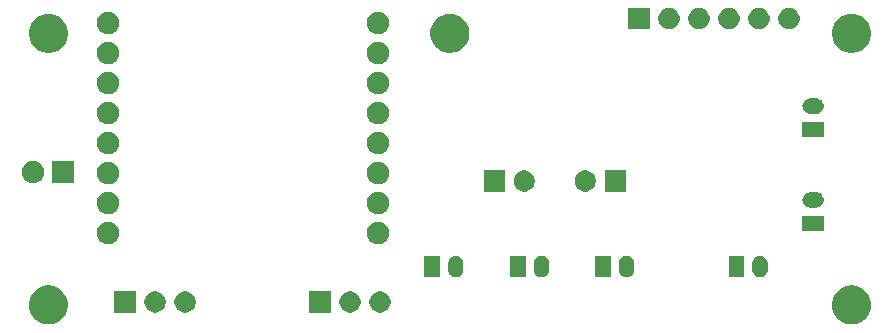
<source format=gbr>
G04 #@! TF.GenerationSoftware,KiCad,Pcbnew,(5.1.5)-3*
G04 #@! TF.CreationDate,2020-11-01T16:25:03+00:00*
G04 #@! TF.ProjectId,ESPControllerCircuit,45535043-6f6e-4747-926f-6c6c65724369,rev?*
G04 #@! TF.SameCoordinates,Original*
G04 #@! TF.FileFunction,Soldermask,Bot*
G04 #@! TF.FilePolarity,Negative*
%FSLAX46Y46*%
G04 Gerber Fmt 4.6, Leading zero omitted, Abs format (unit mm)*
G04 Created by KiCad (PCBNEW (5.1.5)-3) date 2020-11-01 16:25:03*
%MOMM*%
%LPD*%
G04 APERTURE LIST*
%ADD10C,0.100000*%
G04 APERTURE END LIST*
D10*
G36*
X144375256Y-126891298D02*
G01*
X144481579Y-126912447D01*
X144782042Y-127036903D01*
X145052451Y-127217585D01*
X145282415Y-127447549D01*
X145463097Y-127717958D01*
X145574616Y-127987188D01*
X145587553Y-128018422D01*
X145651000Y-128337389D01*
X145651000Y-128662611D01*
X145618827Y-128824353D01*
X145587553Y-128981579D01*
X145463097Y-129282042D01*
X145282415Y-129552451D01*
X145052451Y-129782415D01*
X144782042Y-129963097D01*
X144481579Y-130087553D01*
X144375256Y-130108702D01*
X144162611Y-130151000D01*
X143837389Y-130151000D01*
X143624744Y-130108702D01*
X143518421Y-130087553D01*
X143217958Y-129963097D01*
X142947549Y-129782415D01*
X142717585Y-129552451D01*
X142536903Y-129282042D01*
X142412447Y-128981579D01*
X142381173Y-128824353D01*
X142349000Y-128662611D01*
X142349000Y-128337389D01*
X142412447Y-128018422D01*
X142425385Y-127987188D01*
X142536903Y-127717958D01*
X142717585Y-127447549D01*
X142947549Y-127217585D01*
X143217958Y-127036903D01*
X143518421Y-126912447D01*
X143624744Y-126891298D01*
X143837389Y-126849000D01*
X144162611Y-126849000D01*
X144375256Y-126891298D01*
G37*
G36*
X76375256Y-126891298D02*
G01*
X76481579Y-126912447D01*
X76782042Y-127036903D01*
X77052451Y-127217585D01*
X77282415Y-127447549D01*
X77463097Y-127717958D01*
X77574616Y-127987188D01*
X77587553Y-128018422D01*
X77651000Y-128337389D01*
X77651000Y-128662611D01*
X77618827Y-128824353D01*
X77587553Y-128981579D01*
X77463097Y-129282042D01*
X77282415Y-129552451D01*
X77052451Y-129782415D01*
X76782042Y-129963097D01*
X76481579Y-130087553D01*
X76375256Y-130108702D01*
X76162611Y-130151000D01*
X75837389Y-130151000D01*
X75624744Y-130108702D01*
X75518421Y-130087553D01*
X75217958Y-129963097D01*
X74947549Y-129782415D01*
X74717585Y-129552451D01*
X74536903Y-129282042D01*
X74412447Y-128981579D01*
X74381173Y-128824353D01*
X74349000Y-128662611D01*
X74349000Y-128337389D01*
X74412447Y-128018422D01*
X74425385Y-127987188D01*
X74536903Y-127717958D01*
X74717585Y-127447549D01*
X74947549Y-127217585D01*
X75217958Y-127036903D01*
X75518421Y-126912447D01*
X75624744Y-126891298D01*
X75837389Y-126849000D01*
X76162611Y-126849000D01*
X76375256Y-126891298D01*
G37*
G36*
X83401000Y-129151000D02*
G01*
X81599000Y-129151000D01*
X81599000Y-127349000D01*
X83401000Y-127349000D01*
X83401000Y-129151000D01*
G37*
G36*
X104193512Y-127353927D02*
G01*
X104342812Y-127383624D01*
X104506784Y-127451544D01*
X104654354Y-127550147D01*
X104779853Y-127675646D01*
X104878456Y-127823216D01*
X104946376Y-127987188D01*
X104981000Y-128161259D01*
X104981000Y-128338741D01*
X104946376Y-128512812D01*
X104878456Y-128676784D01*
X104779853Y-128824354D01*
X104654354Y-128949853D01*
X104506784Y-129048456D01*
X104342812Y-129116376D01*
X104193512Y-129146073D01*
X104168742Y-129151000D01*
X103991258Y-129151000D01*
X103966488Y-129146073D01*
X103817188Y-129116376D01*
X103653216Y-129048456D01*
X103505646Y-128949853D01*
X103380147Y-128824354D01*
X103281544Y-128676784D01*
X103213624Y-128512812D01*
X103179000Y-128338741D01*
X103179000Y-128161259D01*
X103213624Y-127987188D01*
X103281544Y-127823216D01*
X103380147Y-127675646D01*
X103505646Y-127550147D01*
X103653216Y-127451544D01*
X103817188Y-127383624D01*
X103966488Y-127353927D01*
X103991258Y-127349000D01*
X104168742Y-127349000D01*
X104193512Y-127353927D01*
G37*
G36*
X101653512Y-127353927D02*
G01*
X101802812Y-127383624D01*
X101966784Y-127451544D01*
X102114354Y-127550147D01*
X102239853Y-127675646D01*
X102338456Y-127823216D01*
X102406376Y-127987188D01*
X102441000Y-128161259D01*
X102441000Y-128338741D01*
X102406376Y-128512812D01*
X102338456Y-128676784D01*
X102239853Y-128824354D01*
X102114354Y-128949853D01*
X101966784Y-129048456D01*
X101802812Y-129116376D01*
X101653512Y-129146073D01*
X101628742Y-129151000D01*
X101451258Y-129151000D01*
X101426488Y-129146073D01*
X101277188Y-129116376D01*
X101113216Y-129048456D01*
X100965646Y-128949853D01*
X100840147Y-128824354D01*
X100741544Y-128676784D01*
X100673624Y-128512812D01*
X100639000Y-128338741D01*
X100639000Y-128161259D01*
X100673624Y-127987188D01*
X100741544Y-127823216D01*
X100840147Y-127675646D01*
X100965646Y-127550147D01*
X101113216Y-127451544D01*
X101277188Y-127383624D01*
X101426488Y-127353927D01*
X101451258Y-127349000D01*
X101628742Y-127349000D01*
X101653512Y-127353927D01*
G37*
G36*
X99901000Y-129151000D02*
G01*
X98099000Y-129151000D01*
X98099000Y-127349000D01*
X99901000Y-127349000D01*
X99901000Y-129151000D01*
G37*
G36*
X87693512Y-127353927D02*
G01*
X87842812Y-127383624D01*
X88006784Y-127451544D01*
X88154354Y-127550147D01*
X88279853Y-127675646D01*
X88378456Y-127823216D01*
X88446376Y-127987188D01*
X88481000Y-128161259D01*
X88481000Y-128338741D01*
X88446376Y-128512812D01*
X88378456Y-128676784D01*
X88279853Y-128824354D01*
X88154354Y-128949853D01*
X88006784Y-129048456D01*
X87842812Y-129116376D01*
X87693512Y-129146073D01*
X87668742Y-129151000D01*
X87491258Y-129151000D01*
X87466488Y-129146073D01*
X87317188Y-129116376D01*
X87153216Y-129048456D01*
X87005646Y-128949853D01*
X86880147Y-128824354D01*
X86781544Y-128676784D01*
X86713624Y-128512812D01*
X86679000Y-128338741D01*
X86679000Y-128161259D01*
X86713624Y-127987188D01*
X86781544Y-127823216D01*
X86880147Y-127675646D01*
X87005646Y-127550147D01*
X87153216Y-127451544D01*
X87317188Y-127383624D01*
X87466488Y-127353927D01*
X87491258Y-127349000D01*
X87668742Y-127349000D01*
X87693512Y-127353927D01*
G37*
G36*
X85153512Y-127353927D02*
G01*
X85302812Y-127383624D01*
X85466784Y-127451544D01*
X85614354Y-127550147D01*
X85739853Y-127675646D01*
X85838456Y-127823216D01*
X85906376Y-127987188D01*
X85941000Y-128161259D01*
X85941000Y-128338741D01*
X85906376Y-128512812D01*
X85838456Y-128676784D01*
X85739853Y-128824354D01*
X85614354Y-128949853D01*
X85466784Y-129048456D01*
X85302812Y-129116376D01*
X85153512Y-129146073D01*
X85128742Y-129151000D01*
X84951258Y-129151000D01*
X84926488Y-129146073D01*
X84777188Y-129116376D01*
X84613216Y-129048456D01*
X84465646Y-128949853D01*
X84340147Y-128824354D01*
X84241544Y-128676784D01*
X84173624Y-128512812D01*
X84139000Y-128338741D01*
X84139000Y-128161259D01*
X84173624Y-127987188D01*
X84241544Y-127823216D01*
X84340147Y-127675646D01*
X84465646Y-127550147D01*
X84613216Y-127451544D01*
X84777188Y-127383624D01*
X84926488Y-127353927D01*
X84951258Y-127349000D01*
X85128742Y-127349000D01*
X85153512Y-127353927D01*
G37*
G36*
X117877617Y-124358420D02*
G01*
X117968403Y-124385960D01*
X118000335Y-124395646D01*
X118113424Y-124456094D01*
X118212554Y-124537447D01*
X118293906Y-124636575D01*
X118354354Y-124749664D01*
X118364040Y-124781596D01*
X118391580Y-124872382D01*
X118401000Y-124968027D01*
X118401000Y-125531973D01*
X118391580Y-125627618D01*
X118364040Y-125718404D01*
X118354354Y-125750336D01*
X118293906Y-125863425D01*
X118212554Y-125962554D01*
X118113425Y-126043906D01*
X118000336Y-126104354D01*
X117968404Y-126114040D01*
X117877618Y-126141580D01*
X117750000Y-126154149D01*
X117622383Y-126141580D01*
X117531597Y-126114040D01*
X117499665Y-126104354D01*
X117386576Y-126043906D01*
X117287447Y-125962553D01*
X117206094Y-125863425D01*
X117145646Y-125750336D01*
X117135960Y-125718404D01*
X117108420Y-125627618D01*
X117099000Y-125531973D01*
X117099000Y-124968028D01*
X117108420Y-124872383D01*
X117145645Y-124749669D01*
X117145646Y-124749665D01*
X117206094Y-124636576D01*
X117287447Y-124537446D01*
X117386575Y-124456094D01*
X117499664Y-124395646D01*
X117531596Y-124385960D01*
X117622382Y-124358420D01*
X117750000Y-124345851D01*
X117877617Y-124358420D01*
G37*
G36*
X110627617Y-124358420D02*
G01*
X110718403Y-124385960D01*
X110750335Y-124395646D01*
X110863424Y-124456094D01*
X110962554Y-124537447D01*
X111043906Y-124636575D01*
X111104354Y-124749664D01*
X111114040Y-124781596D01*
X111141580Y-124872382D01*
X111151000Y-124968027D01*
X111151000Y-125531973D01*
X111141580Y-125627618D01*
X111114040Y-125718404D01*
X111104354Y-125750336D01*
X111043906Y-125863425D01*
X110962554Y-125962554D01*
X110863425Y-126043906D01*
X110750336Y-126104354D01*
X110718404Y-126114040D01*
X110627618Y-126141580D01*
X110500000Y-126154149D01*
X110372383Y-126141580D01*
X110281597Y-126114040D01*
X110249665Y-126104354D01*
X110136576Y-126043906D01*
X110037447Y-125962553D01*
X109956094Y-125863425D01*
X109895646Y-125750336D01*
X109885960Y-125718404D01*
X109858420Y-125627618D01*
X109849000Y-125531973D01*
X109849000Y-124968028D01*
X109858420Y-124872383D01*
X109895645Y-124749669D01*
X109895646Y-124749665D01*
X109956094Y-124636576D01*
X110037447Y-124537446D01*
X110136575Y-124456094D01*
X110249664Y-124395646D01*
X110281596Y-124385960D01*
X110372382Y-124358420D01*
X110500000Y-124345851D01*
X110627617Y-124358420D01*
G37*
G36*
X125077617Y-124358420D02*
G01*
X125168403Y-124385960D01*
X125200335Y-124395646D01*
X125313424Y-124456094D01*
X125412554Y-124537447D01*
X125493906Y-124636575D01*
X125554354Y-124749664D01*
X125564040Y-124781596D01*
X125591580Y-124872382D01*
X125601000Y-124968027D01*
X125601000Y-125531973D01*
X125591580Y-125627618D01*
X125564040Y-125718404D01*
X125554354Y-125750336D01*
X125493906Y-125863425D01*
X125412554Y-125962554D01*
X125313425Y-126043906D01*
X125200336Y-126104354D01*
X125168404Y-126114040D01*
X125077618Y-126141580D01*
X124950000Y-126154149D01*
X124822383Y-126141580D01*
X124731597Y-126114040D01*
X124699665Y-126104354D01*
X124586576Y-126043906D01*
X124487447Y-125962553D01*
X124406094Y-125863425D01*
X124345646Y-125750336D01*
X124335960Y-125718404D01*
X124308420Y-125627618D01*
X124299000Y-125531973D01*
X124299000Y-124968028D01*
X124308420Y-124872383D01*
X124345645Y-124749669D01*
X124345646Y-124749665D01*
X124406094Y-124636576D01*
X124487447Y-124537446D01*
X124586575Y-124456094D01*
X124699664Y-124395646D01*
X124731596Y-124385960D01*
X124822382Y-124358420D01*
X124950000Y-124345851D01*
X125077617Y-124358420D01*
G37*
G36*
X136377617Y-124358420D02*
G01*
X136468403Y-124385960D01*
X136500335Y-124395646D01*
X136613424Y-124456094D01*
X136712554Y-124537447D01*
X136793906Y-124636575D01*
X136854354Y-124749664D01*
X136864040Y-124781596D01*
X136891580Y-124872382D01*
X136901000Y-124968027D01*
X136901000Y-125531973D01*
X136891580Y-125627618D01*
X136864040Y-125718404D01*
X136854354Y-125750336D01*
X136793906Y-125863425D01*
X136712554Y-125962554D01*
X136613425Y-126043906D01*
X136500336Y-126104354D01*
X136468404Y-126114040D01*
X136377618Y-126141580D01*
X136250000Y-126154149D01*
X136122383Y-126141580D01*
X136031597Y-126114040D01*
X135999665Y-126104354D01*
X135886576Y-126043906D01*
X135787447Y-125962553D01*
X135706094Y-125863425D01*
X135645646Y-125750336D01*
X135635960Y-125718404D01*
X135608420Y-125627618D01*
X135599000Y-125531973D01*
X135599000Y-124968028D01*
X135608420Y-124872383D01*
X135645645Y-124749669D01*
X135645646Y-124749665D01*
X135706094Y-124636576D01*
X135787447Y-124537446D01*
X135886575Y-124456094D01*
X135999664Y-124395646D01*
X136031596Y-124385960D01*
X136122382Y-124358420D01*
X136250000Y-124345851D01*
X136377617Y-124358420D01*
G37*
G36*
X134901000Y-126151000D02*
G01*
X133599000Y-126151000D01*
X133599000Y-124349000D01*
X134901000Y-124349000D01*
X134901000Y-126151000D01*
G37*
G36*
X123601000Y-126151000D02*
G01*
X122299000Y-126151000D01*
X122299000Y-124349000D01*
X123601000Y-124349000D01*
X123601000Y-126151000D01*
G37*
G36*
X116401000Y-126151000D02*
G01*
X115099000Y-126151000D01*
X115099000Y-124349000D01*
X116401000Y-124349000D01*
X116401000Y-126151000D01*
G37*
G36*
X109151000Y-126151000D02*
G01*
X107849000Y-126151000D01*
X107849000Y-124349000D01*
X109151000Y-124349000D01*
X109151000Y-126151000D01*
G37*
G36*
X104207395Y-121475546D02*
G01*
X104380466Y-121547234D01*
X104380467Y-121547235D01*
X104536227Y-121651310D01*
X104668690Y-121783773D01*
X104668691Y-121783775D01*
X104772766Y-121939534D01*
X104844454Y-122112605D01*
X104881000Y-122296333D01*
X104881000Y-122483667D01*
X104844454Y-122667395D01*
X104772766Y-122840466D01*
X104772765Y-122840467D01*
X104668690Y-122996227D01*
X104536227Y-123128690D01*
X104457818Y-123181081D01*
X104380466Y-123232766D01*
X104207395Y-123304454D01*
X104023667Y-123341000D01*
X103836333Y-123341000D01*
X103652605Y-123304454D01*
X103479534Y-123232766D01*
X103402182Y-123181081D01*
X103323773Y-123128690D01*
X103191310Y-122996227D01*
X103087235Y-122840467D01*
X103087234Y-122840466D01*
X103015546Y-122667395D01*
X102979000Y-122483667D01*
X102979000Y-122296333D01*
X103015546Y-122112605D01*
X103087234Y-121939534D01*
X103191309Y-121783775D01*
X103191310Y-121783773D01*
X103323773Y-121651310D01*
X103479533Y-121547235D01*
X103479534Y-121547234D01*
X103652605Y-121475546D01*
X103836333Y-121439000D01*
X104023667Y-121439000D01*
X104207395Y-121475546D01*
G37*
G36*
X81347395Y-121475546D02*
G01*
X81520466Y-121547234D01*
X81520467Y-121547235D01*
X81676227Y-121651310D01*
X81808690Y-121783773D01*
X81808691Y-121783775D01*
X81912766Y-121939534D01*
X81984454Y-122112605D01*
X82021000Y-122296333D01*
X82021000Y-122483667D01*
X81984454Y-122667395D01*
X81912766Y-122840466D01*
X81912765Y-122840467D01*
X81808690Y-122996227D01*
X81676227Y-123128690D01*
X81597818Y-123181081D01*
X81520466Y-123232766D01*
X81347395Y-123304454D01*
X81163667Y-123341000D01*
X80976333Y-123341000D01*
X80792605Y-123304454D01*
X80619534Y-123232766D01*
X80542182Y-123181081D01*
X80463773Y-123128690D01*
X80331310Y-122996227D01*
X80227235Y-122840467D01*
X80227234Y-122840466D01*
X80155546Y-122667395D01*
X80119000Y-122483667D01*
X80119000Y-122296333D01*
X80155546Y-122112605D01*
X80227234Y-121939534D01*
X80331309Y-121783775D01*
X80331310Y-121783773D01*
X80463773Y-121651310D01*
X80619533Y-121547235D01*
X80619534Y-121547234D01*
X80792605Y-121475546D01*
X80976333Y-121439000D01*
X81163667Y-121439000D01*
X81347395Y-121475546D01*
G37*
G36*
X141651000Y-122251000D02*
G01*
X139849000Y-122251000D01*
X139849000Y-120949000D01*
X141651000Y-120949000D01*
X141651000Y-122251000D01*
G37*
G36*
X104207395Y-118935546D02*
G01*
X104380466Y-119007234D01*
X104380467Y-119007235D01*
X104536227Y-119111310D01*
X104668690Y-119243773D01*
X104668691Y-119243775D01*
X104772766Y-119399534D01*
X104844454Y-119572605D01*
X104881000Y-119756333D01*
X104881000Y-119943667D01*
X104844454Y-120127395D01*
X104772766Y-120300466D01*
X104772765Y-120300467D01*
X104668690Y-120456227D01*
X104536227Y-120588690D01*
X104457818Y-120641081D01*
X104380466Y-120692766D01*
X104207395Y-120764454D01*
X104023667Y-120801000D01*
X103836333Y-120801000D01*
X103652605Y-120764454D01*
X103479534Y-120692766D01*
X103402182Y-120641081D01*
X103323773Y-120588690D01*
X103191310Y-120456227D01*
X103087235Y-120300467D01*
X103087234Y-120300466D01*
X103015546Y-120127395D01*
X102979000Y-119943667D01*
X102979000Y-119756333D01*
X103015546Y-119572605D01*
X103087234Y-119399534D01*
X103191309Y-119243775D01*
X103191310Y-119243773D01*
X103323773Y-119111310D01*
X103479533Y-119007235D01*
X103479534Y-119007234D01*
X103652605Y-118935546D01*
X103836333Y-118899000D01*
X104023667Y-118899000D01*
X104207395Y-118935546D01*
G37*
G36*
X81347395Y-118935546D02*
G01*
X81520466Y-119007234D01*
X81520467Y-119007235D01*
X81676227Y-119111310D01*
X81808690Y-119243773D01*
X81808691Y-119243775D01*
X81912766Y-119399534D01*
X81984454Y-119572605D01*
X82021000Y-119756333D01*
X82021000Y-119943667D01*
X81984454Y-120127395D01*
X81912766Y-120300466D01*
X81912765Y-120300467D01*
X81808690Y-120456227D01*
X81676227Y-120588690D01*
X81597818Y-120641081D01*
X81520466Y-120692766D01*
X81347395Y-120764454D01*
X81163667Y-120801000D01*
X80976333Y-120801000D01*
X80792605Y-120764454D01*
X80619534Y-120692766D01*
X80542182Y-120641081D01*
X80463773Y-120588690D01*
X80331310Y-120456227D01*
X80227235Y-120300467D01*
X80227234Y-120300466D01*
X80155546Y-120127395D01*
X80119000Y-119943667D01*
X80119000Y-119756333D01*
X80155546Y-119572605D01*
X80227234Y-119399534D01*
X80331309Y-119243775D01*
X80331310Y-119243773D01*
X80463773Y-119111310D01*
X80619533Y-119007235D01*
X80619534Y-119007234D01*
X80792605Y-118935546D01*
X80976333Y-118899000D01*
X81163667Y-118899000D01*
X81347395Y-118935546D01*
G37*
G36*
X141063855Y-118952140D02*
G01*
X141127618Y-118958420D01*
X141218404Y-118985960D01*
X141250336Y-118995646D01*
X141363425Y-119056094D01*
X141462554Y-119137446D01*
X141543906Y-119236575D01*
X141604354Y-119349664D01*
X141604355Y-119349668D01*
X141641580Y-119472382D01*
X141654149Y-119600000D01*
X141641580Y-119727618D01*
X141614040Y-119818404D01*
X141604354Y-119850336D01*
X141543906Y-119963425D01*
X141462554Y-120062554D01*
X141363425Y-120143906D01*
X141250336Y-120204354D01*
X141218404Y-120214040D01*
X141127618Y-120241580D01*
X141063855Y-120247860D01*
X141031974Y-120251000D01*
X140468026Y-120251000D01*
X140436145Y-120247860D01*
X140372382Y-120241580D01*
X140281596Y-120214040D01*
X140249664Y-120204354D01*
X140136575Y-120143906D01*
X140037446Y-120062554D01*
X139956094Y-119963425D01*
X139895646Y-119850336D01*
X139885960Y-119818404D01*
X139858420Y-119727618D01*
X139845851Y-119600000D01*
X139858420Y-119472382D01*
X139895645Y-119349668D01*
X139895646Y-119349664D01*
X139956094Y-119236575D01*
X140037446Y-119137446D01*
X140136575Y-119056094D01*
X140249664Y-118995646D01*
X140281596Y-118985960D01*
X140372382Y-118958420D01*
X140436145Y-118952140D01*
X140468026Y-118949000D01*
X141031974Y-118949000D01*
X141063855Y-118952140D01*
G37*
G36*
X121573512Y-117103927D02*
G01*
X121722812Y-117133624D01*
X121886784Y-117201544D01*
X122034354Y-117300147D01*
X122159853Y-117425646D01*
X122258456Y-117573216D01*
X122326376Y-117737188D01*
X122356073Y-117886488D01*
X122361000Y-117911258D01*
X122361000Y-118088742D01*
X122356073Y-118113512D01*
X122326376Y-118262812D01*
X122258456Y-118426784D01*
X122159853Y-118574354D01*
X122034354Y-118699853D01*
X121886784Y-118798456D01*
X121722812Y-118866376D01*
X121573512Y-118896073D01*
X121548742Y-118901000D01*
X121371258Y-118901000D01*
X121346488Y-118896073D01*
X121197188Y-118866376D01*
X121033216Y-118798456D01*
X120885646Y-118699853D01*
X120760147Y-118574354D01*
X120661544Y-118426784D01*
X120593624Y-118262812D01*
X120563927Y-118113512D01*
X120559000Y-118088742D01*
X120559000Y-117911258D01*
X120563927Y-117886488D01*
X120593624Y-117737188D01*
X120661544Y-117573216D01*
X120760147Y-117425646D01*
X120885646Y-117300147D01*
X121033216Y-117201544D01*
X121197188Y-117133624D01*
X121346488Y-117103927D01*
X121371258Y-117099000D01*
X121548742Y-117099000D01*
X121573512Y-117103927D01*
G37*
G36*
X124901000Y-118901000D02*
G01*
X123099000Y-118901000D01*
X123099000Y-117099000D01*
X124901000Y-117099000D01*
X124901000Y-118901000D01*
G37*
G36*
X116403512Y-117103927D02*
G01*
X116552812Y-117133624D01*
X116716784Y-117201544D01*
X116864354Y-117300147D01*
X116989853Y-117425646D01*
X117088456Y-117573216D01*
X117156376Y-117737188D01*
X117186073Y-117886488D01*
X117191000Y-117911258D01*
X117191000Y-118088742D01*
X117186073Y-118113512D01*
X117156376Y-118262812D01*
X117088456Y-118426784D01*
X116989853Y-118574354D01*
X116864354Y-118699853D01*
X116716784Y-118798456D01*
X116552812Y-118866376D01*
X116403512Y-118896073D01*
X116378742Y-118901000D01*
X116201258Y-118901000D01*
X116176488Y-118896073D01*
X116027188Y-118866376D01*
X115863216Y-118798456D01*
X115715646Y-118699853D01*
X115590147Y-118574354D01*
X115491544Y-118426784D01*
X115423624Y-118262812D01*
X115393927Y-118113512D01*
X115389000Y-118088742D01*
X115389000Y-117911258D01*
X115393927Y-117886488D01*
X115423624Y-117737188D01*
X115491544Y-117573216D01*
X115590147Y-117425646D01*
X115715646Y-117300147D01*
X115863216Y-117201544D01*
X116027188Y-117133624D01*
X116176488Y-117103927D01*
X116201258Y-117099000D01*
X116378742Y-117099000D01*
X116403512Y-117103927D01*
G37*
G36*
X114651000Y-118901000D02*
G01*
X112849000Y-118901000D01*
X112849000Y-117099000D01*
X114651000Y-117099000D01*
X114651000Y-118901000D01*
G37*
G36*
X81347395Y-116395546D02*
G01*
X81520466Y-116467234D01*
X81520467Y-116467235D01*
X81676227Y-116571310D01*
X81808690Y-116703773D01*
X81808691Y-116703775D01*
X81912766Y-116859534D01*
X81984454Y-117032605D01*
X82021000Y-117216333D01*
X82021000Y-117403667D01*
X81984454Y-117587395D01*
X81912766Y-117760466D01*
X81912765Y-117760467D01*
X81808690Y-117916227D01*
X81676227Y-118048690D01*
X81616286Y-118088741D01*
X81520466Y-118152766D01*
X81347395Y-118224454D01*
X81163667Y-118261000D01*
X80976333Y-118261000D01*
X80792605Y-118224454D01*
X80619534Y-118152766D01*
X80523714Y-118088741D01*
X80463773Y-118048690D01*
X80331310Y-117916227D01*
X80227235Y-117760467D01*
X80227234Y-117760466D01*
X80155546Y-117587395D01*
X80119000Y-117403667D01*
X80119000Y-117216333D01*
X80155546Y-117032605D01*
X80227234Y-116859534D01*
X80331309Y-116703775D01*
X80331310Y-116703773D01*
X80463773Y-116571310D01*
X80619533Y-116467235D01*
X80619534Y-116467234D01*
X80792605Y-116395546D01*
X80976333Y-116359000D01*
X81163667Y-116359000D01*
X81347395Y-116395546D01*
G37*
G36*
X104207395Y-116395546D02*
G01*
X104380466Y-116467234D01*
X104380467Y-116467235D01*
X104536227Y-116571310D01*
X104668690Y-116703773D01*
X104668691Y-116703775D01*
X104772766Y-116859534D01*
X104844454Y-117032605D01*
X104881000Y-117216333D01*
X104881000Y-117403667D01*
X104844454Y-117587395D01*
X104772766Y-117760466D01*
X104772765Y-117760467D01*
X104668690Y-117916227D01*
X104536227Y-118048690D01*
X104476286Y-118088741D01*
X104380466Y-118152766D01*
X104207395Y-118224454D01*
X104023667Y-118261000D01*
X103836333Y-118261000D01*
X103652605Y-118224454D01*
X103479534Y-118152766D01*
X103383714Y-118088741D01*
X103323773Y-118048690D01*
X103191310Y-117916227D01*
X103087235Y-117760467D01*
X103087234Y-117760466D01*
X103015546Y-117587395D01*
X102979000Y-117403667D01*
X102979000Y-117216333D01*
X103015546Y-117032605D01*
X103087234Y-116859534D01*
X103191309Y-116703775D01*
X103191310Y-116703773D01*
X103323773Y-116571310D01*
X103479533Y-116467235D01*
X103479534Y-116467234D01*
X103652605Y-116395546D01*
X103836333Y-116359000D01*
X104023667Y-116359000D01*
X104207395Y-116395546D01*
G37*
G36*
X74987395Y-116335546D02*
G01*
X75160466Y-116407234D01*
X75160467Y-116407235D01*
X75316227Y-116511310D01*
X75448690Y-116643773D01*
X75488782Y-116703775D01*
X75552766Y-116799534D01*
X75624454Y-116972605D01*
X75661000Y-117156333D01*
X75661000Y-117343667D01*
X75624454Y-117527395D01*
X75552766Y-117700466D01*
X75501081Y-117777818D01*
X75448690Y-117856227D01*
X75316227Y-117988690D01*
X75237818Y-118041081D01*
X75160466Y-118092766D01*
X74987395Y-118164454D01*
X74803667Y-118201000D01*
X74616333Y-118201000D01*
X74432605Y-118164454D01*
X74259534Y-118092766D01*
X74182182Y-118041081D01*
X74103773Y-117988690D01*
X73971310Y-117856227D01*
X73918919Y-117777818D01*
X73867234Y-117700466D01*
X73795546Y-117527395D01*
X73759000Y-117343667D01*
X73759000Y-117156333D01*
X73795546Y-116972605D01*
X73867234Y-116799534D01*
X73931218Y-116703775D01*
X73971310Y-116643773D01*
X74103773Y-116511310D01*
X74259533Y-116407235D01*
X74259534Y-116407234D01*
X74432605Y-116335546D01*
X74616333Y-116299000D01*
X74803667Y-116299000D01*
X74987395Y-116335546D01*
G37*
G36*
X78201000Y-118201000D02*
G01*
X76299000Y-118201000D01*
X76299000Y-116299000D01*
X78201000Y-116299000D01*
X78201000Y-118201000D01*
G37*
G36*
X81347395Y-113855546D02*
G01*
X81520466Y-113927234D01*
X81520467Y-113927235D01*
X81676227Y-114031310D01*
X81808690Y-114163773D01*
X81808691Y-114163775D01*
X81912766Y-114319534D01*
X81984454Y-114492605D01*
X82021000Y-114676333D01*
X82021000Y-114863667D01*
X81984454Y-115047395D01*
X81912766Y-115220466D01*
X81912765Y-115220467D01*
X81808690Y-115376227D01*
X81676227Y-115508690D01*
X81597818Y-115561081D01*
X81520466Y-115612766D01*
X81347395Y-115684454D01*
X81163667Y-115721000D01*
X80976333Y-115721000D01*
X80792605Y-115684454D01*
X80619534Y-115612766D01*
X80542182Y-115561081D01*
X80463773Y-115508690D01*
X80331310Y-115376227D01*
X80227235Y-115220467D01*
X80227234Y-115220466D01*
X80155546Y-115047395D01*
X80119000Y-114863667D01*
X80119000Y-114676333D01*
X80155546Y-114492605D01*
X80227234Y-114319534D01*
X80331309Y-114163775D01*
X80331310Y-114163773D01*
X80463773Y-114031310D01*
X80619533Y-113927235D01*
X80619534Y-113927234D01*
X80792605Y-113855546D01*
X80976333Y-113819000D01*
X81163667Y-113819000D01*
X81347395Y-113855546D01*
G37*
G36*
X104207395Y-113855546D02*
G01*
X104380466Y-113927234D01*
X104380467Y-113927235D01*
X104536227Y-114031310D01*
X104668690Y-114163773D01*
X104668691Y-114163775D01*
X104772766Y-114319534D01*
X104844454Y-114492605D01*
X104881000Y-114676333D01*
X104881000Y-114863667D01*
X104844454Y-115047395D01*
X104772766Y-115220466D01*
X104772765Y-115220467D01*
X104668690Y-115376227D01*
X104536227Y-115508690D01*
X104457818Y-115561081D01*
X104380466Y-115612766D01*
X104207395Y-115684454D01*
X104023667Y-115721000D01*
X103836333Y-115721000D01*
X103652605Y-115684454D01*
X103479534Y-115612766D01*
X103402182Y-115561081D01*
X103323773Y-115508690D01*
X103191310Y-115376227D01*
X103087235Y-115220467D01*
X103087234Y-115220466D01*
X103015546Y-115047395D01*
X102979000Y-114863667D01*
X102979000Y-114676333D01*
X103015546Y-114492605D01*
X103087234Y-114319534D01*
X103191309Y-114163775D01*
X103191310Y-114163773D01*
X103323773Y-114031310D01*
X103479533Y-113927235D01*
X103479534Y-113927234D01*
X103652605Y-113855546D01*
X103836333Y-113819000D01*
X104023667Y-113819000D01*
X104207395Y-113855546D01*
G37*
G36*
X141651000Y-114301000D02*
G01*
X139849000Y-114301000D01*
X139849000Y-112999000D01*
X141651000Y-112999000D01*
X141651000Y-114301000D01*
G37*
G36*
X104207395Y-111315546D02*
G01*
X104380466Y-111387234D01*
X104457818Y-111438919D01*
X104536227Y-111491310D01*
X104668690Y-111623773D01*
X104668691Y-111623775D01*
X104772766Y-111779534D01*
X104844454Y-111952605D01*
X104881000Y-112136333D01*
X104881000Y-112323667D01*
X104844454Y-112507395D01*
X104772766Y-112680466D01*
X104772765Y-112680467D01*
X104668690Y-112836227D01*
X104536227Y-112968690D01*
X104457818Y-113021081D01*
X104380466Y-113072766D01*
X104207395Y-113144454D01*
X104023667Y-113181000D01*
X103836333Y-113181000D01*
X103652605Y-113144454D01*
X103479534Y-113072766D01*
X103402182Y-113021081D01*
X103323773Y-112968690D01*
X103191310Y-112836227D01*
X103087235Y-112680467D01*
X103087234Y-112680466D01*
X103015546Y-112507395D01*
X102979000Y-112323667D01*
X102979000Y-112136333D01*
X103015546Y-111952605D01*
X103087234Y-111779534D01*
X103191309Y-111623775D01*
X103191310Y-111623773D01*
X103323773Y-111491310D01*
X103402182Y-111438919D01*
X103479534Y-111387234D01*
X103652605Y-111315546D01*
X103836333Y-111279000D01*
X104023667Y-111279000D01*
X104207395Y-111315546D01*
G37*
G36*
X81347395Y-111315546D02*
G01*
X81520466Y-111387234D01*
X81597818Y-111438919D01*
X81676227Y-111491310D01*
X81808690Y-111623773D01*
X81808691Y-111623775D01*
X81912766Y-111779534D01*
X81984454Y-111952605D01*
X82021000Y-112136333D01*
X82021000Y-112323667D01*
X81984454Y-112507395D01*
X81912766Y-112680466D01*
X81912765Y-112680467D01*
X81808690Y-112836227D01*
X81676227Y-112968690D01*
X81597818Y-113021081D01*
X81520466Y-113072766D01*
X81347395Y-113144454D01*
X81163667Y-113181000D01*
X80976333Y-113181000D01*
X80792605Y-113144454D01*
X80619534Y-113072766D01*
X80542182Y-113021081D01*
X80463773Y-112968690D01*
X80331310Y-112836227D01*
X80227235Y-112680467D01*
X80227234Y-112680466D01*
X80155546Y-112507395D01*
X80119000Y-112323667D01*
X80119000Y-112136333D01*
X80155546Y-111952605D01*
X80227234Y-111779534D01*
X80331309Y-111623775D01*
X80331310Y-111623773D01*
X80463773Y-111491310D01*
X80542182Y-111438919D01*
X80619534Y-111387234D01*
X80792605Y-111315546D01*
X80976333Y-111279000D01*
X81163667Y-111279000D01*
X81347395Y-111315546D01*
G37*
G36*
X141063855Y-111002140D02*
G01*
X141127618Y-111008420D01*
X141218404Y-111035960D01*
X141250336Y-111045646D01*
X141363425Y-111106094D01*
X141462554Y-111187446D01*
X141543906Y-111286575D01*
X141604354Y-111399664D01*
X141604355Y-111399668D01*
X141641580Y-111522382D01*
X141654149Y-111650000D01*
X141641580Y-111777618D01*
X141614040Y-111868404D01*
X141604354Y-111900336D01*
X141543906Y-112013425D01*
X141462554Y-112112554D01*
X141363425Y-112193906D01*
X141250336Y-112254354D01*
X141218404Y-112264040D01*
X141127618Y-112291580D01*
X141063855Y-112297860D01*
X141031974Y-112301000D01*
X140468026Y-112301000D01*
X140436145Y-112297860D01*
X140372382Y-112291580D01*
X140281596Y-112264040D01*
X140249664Y-112254354D01*
X140136575Y-112193906D01*
X140037446Y-112112554D01*
X139956094Y-112013425D01*
X139895646Y-111900336D01*
X139885960Y-111868404D01*
X139858420Y-111777618D01*
X139845851Y-111650000D01*
X139858420Y-111522382D01*
X139895645Y-111399668D01*
X139895646Y-111399664D01*
X139956094Y-111286575D01*
X140037446Y-111187446D01*
X140136575Y-111106094D01*
X140249664Y-111045646D01*
X140281596Y-111035960D01*
X140372382Y-111008420D01*
X140436145Y-111002140D01*
X140468026Y-110999000D01*
X141031974Y-110999000D01*
X141063855Y-111002140D01*
G37*
G36*
X81347395Y-108775546D02*
G01*
X81520466Y-108847234D01*
X81520467Y-108847235D01*
X81676227Y-108951310D01*
X81808690Y-109083773D01*
X81808691Y-109083775D01*
X81912766Y-109239534D01*
X81984454Y-109412605D01*
X82021000Y-109596333D01*
X82021000Y-109783667D01*
X81984454Y-109967395D01*
X81912766Y-110140466D01*
X81912765Y-110140467D01*
X81808690Y-110296227D01*
X81676227Y-110428690D01*
X81597818Y-110481081D01*
X81520466Y-110532766D01*
X81347395Y-110604454D01*
X81163667Y-110641000D01*
X80976333Y-110641000D01*
X80792605Y-110604454D01*
X80619534Y-110532766D01*
X80542182Y-110481081D01*
X80463773Y-110428690D01*
X80331310Y-110296227D01*
X80227235Y-110140467D01*
X80227234Y-110140466D01*
X80155546Y-109967395D01*
X80119000Y-109783667D01*
X80119000Y-109596333D01*
X80155546Y-109412605D01*
X80227234Y-109239534D01*
X80331309Y-109083775D01*
X80331310Y-109083773D01*
X80463773Y-108951310D01*
X80619533Y-108847235D01*
X80619534Y-108847234D01*
X80792605Y-108775546D01*
X80976333Y-108739000D01*
X81163667Y-108739000D01*
X81347395Y-108775546D01*
G37*
G36*
X104207395Y-108775546D02*
G01*
X104380466Y-108847234D01*
X104380467Y-108847235D01*
X104536227Y-108951310D01*
X104668690Y-109083773D01*
X104668691Y-109083775D01*
X104772766Y-109239534D01*
X104844454Y-109412605D01*
X104881000Y-109596333D01*
X104881000Y-109783667D01*
X104844454Y-109967395D01*
X104772766Y-110140466D01*
X104772765Y-110140467D01*
X104668690Y-110296227D01*
X104536227Y-110428690D01*
X104457818Y-110481081D01*
X104380466Y-110532766D01*
X104207395Y-110604454D01*
X104023667Y-110641000D01*
X103836333Y-110641000D01*
X103652605Y-110604454D01*
X103479534Y-110532766D01*
X103402182Y-110481081D01*
X103323773Y-110428690D01*
X103191310Y-110296227D01*
X103087235Y-110140467D01*
X103087234Y-110140466D01*
X103015546Y-109967395D01*
X102979000Y-109783667D01*
X102979000Y-109596333D01*
X103015546Y-109412605D01*
X103087234Y-109239534D01*
X103191309Y-109083775D01*
X103191310Y-109083773D01*
X103323773Y-108951310D01*
X103479533Y-108847235D01*
X103479534Y-108847234D01*
X103652605Y-108775546D01*
X103836333Y-108739000D01*
X104023667Y-108739000D01*
X104207395Y-108775546D01*
G37*
G36*
X104207395Y-106235546D02*
G01*
X104380466Y-106307234D01*
X104380467Y-106307235D01*
X104536227Y-106411310D01*
X104668690Y-106543773D01*
X104668691Y-106543775D01*
X104772766Y-106699534D01*
X104844454Y-106872605D01*
X104881000Y-107056333D01*
X104881000Y-107243667D01*
X104844454Y-107427395D01*
X104772766Y-107600466D01*
X104772765Y-107600467D01*
X104668690Y-107756227D01*
X104536227Y-107888690D01*
X104457818Y-107941081D01*
X104380466Y-107992766D01*
X104207395Y-108064454D01*
X104023667Y-108101000D01*
X103836333Y-108101000D01*
X103652605Y-108064454D01*
X103479534Y-107992766D01*
X103402182Y-107941081D01*
X103323773Y-107888690D01*
X103191310Y-107756227D01*
X103087235Y-107600467D01*
X103087234Y-107600466D01*
X103015546Y-107427395D01*
X102979000Y-107243667D01*
X102979000Y-107056333D01*
X103015546Y-106872605D01*
X103087234Y-106699534D01*
X103191309Y-106543775D01*
X103191310Y-106543773D01*
X103323773Y-106411310D01*
X103479533Y-106307235D01*
X103479534Y-106307234D01*
X103652605Y-106235546D01*
X103836333Y-106199000D01*
X104023667Y-106199000D01*
X104207395Y-106235546D01*
G37*
G36*
X81347395Y-106235546D02*
G01*
X81520466Y-106307234D01*
X81520467Y-106307235D01*
X81676227Y-106411310D01*
X81808690Y-106543773D01*
X81808691Y-106543775D01*
X81912766Y-106699534D01*
X81984454Y-106872605D01*
X82021000Y-107056333D01*
X82021000Y-107243667D01*
X81984454Y-107427395D01*
X81912766Y-107600466D01*
X81912765Y-107600467D01*
X81808690Y-107756227D01*
X81676227Y-107888690D01*
X81597818Y-107941081D01*
X81520466Y-107992766D01*
X81347395Y-108064454D01*
X81163667Y-108101000D01*
X80976333Y-108101000D01*
X80792605Y-108064454D01*
X80619534Y-107992766D01*
X80542182Y-107941081D01*
X80463773Y-107888690D01*
X80331310Y-107756227D01*
X80227235Y-107600467D01*
X80227234Y-107600466D01*
X80155546Y-107427395D01*
X80119000Y-107243667D01*
X80119000Y-107056333D01*
X80155546Y-106872605D01*
X80227234Y-106699534D01*
X80331309Y-106543775D01*
X80331310Y-106543773D01*
X80463773Y-106411310D01*
X80619533Y-106307235D01*
X80619534Y-106307234D01*
X80792605Y-106235546D01*
X80976333Y-106199000D01*
X81163667Y-106199000D01*
X81347395Y-106235546D01*
G37*
G36*
X144375256Y-103891298D02*
G01*
X144481579Y-103912447D01*
X144782042Y-104036903D01*
X145052451Y-104217585D01*
X145282415Y-104447549D01*
X145463097Y-104717958D01*
X145587553Y-105018421D01*
X145651000Y-105337391D01*
X145651000Y-105662609D01*
X145587553Y-105981579D01*
X145463097Y-106282042D01*
X145282415Y-106552451D01*
X145052451Y-106782415D01*
X144782042Y-106963097D01*
X144481579Y-107087553D01*
X144375256Y-107108702D01*
X144162611Y-107151000D01*
X143837389Y-107151000D01*
X143624744Y-107108702D01*
X143518421Y-107087553D01*
X143217958Y-106963097D01*
X142947549Y-106782415D01*
X142717585Y-106552451D01*
X142536903Y-106282042D01*
X142412447Y-105981579D01*
X142349000Y-105662609D01*
X142349000Y-105337391D01*
X142412447Y-105018421D01*
X142536903Y-104717958D01*
X142717585Y-104447549D01*
X142947549Y-104217585D01*
X143217958Y-104036903D01*
X143518421Y-103912447D01*
X143624744Y-103891298D01*
X143837389Y-103849000D01*
X144162611Y-103849000D01*
X144375256Y-103891298D01*
G37*
G36*
X110375256Y-103891298D02*
G01*
X110481579Y-103912447D01*
X110782042Y-104036903D01*
X111052451Y-104217585D01*
X111282415Y-104447549D01*
X111463097Y-104717958D01*
X111587553Y-105018421D01*
X111651000Y-105337391D01*
X111651000Y-105662609D01*
X111587553Y-105981579D01*
X111463097Y-106282042D01*
X111282415Y-106552451D01*
X111052451Y-106782415D01*
X110782042Y-106963097D01*
X110481579Y-107087553D01*
X110375256Y-107108702D01*
X110162611Y-107151000D01*
X109837389Y-107151000D01*
X109624744Y-107108702D01*
X109518421Y-107087553D01*
X109217958Y-106963097D01*
X108947549Y-106782415D01*
X108717585Y-106552451D01*
X108536903Y-106282042D01*
X108412447Y-105981579D01*
X108349000Y-105662609D01*
X108349000Y-105337391D01*
X108412447Y-105018421D01*
X108536903Y-104717958D01*
X108717585Y-104447549D01*
X108947549Y-104217585D01*
X109217958Y-104036903D01*
X109518421Y-103912447D01*
X109624744Y-103891298D01*
X109837389Y-103849000D01*
X110162611Y-103849000D01*
X110375256Y-103891298D01*
G37*
G36*
X76375256Y-103891298D02*
G01*
X76481579Y-103912447D01*
X76782042Y-104036903D01*
X77052451Y-104217585D01*
X77282415Y-104447549D01*
X77463097Y-104717958D01*
X77587553Y-105018421D01*
X77651000Y-105337391D01*
X77651000Y-105662609D01*
X77587553Y-105981579D01*
X77463097Y-106282042D01*
X77282415Y-106552451D01*
X77052451Y-106782415D01*
X76782042Y-106963097D01*
X76481579Y-107087553D01*
X76375256Y-107108702D01*
X76162611Y-107151000D01*
X75837389Y-107151000D01*
X75624744Y-107108702D01*
X75518421Y-107087553D01*
X75217958Y-106963097D01*
X74947549Y-106782415D01*
X74717585Y-106552451D01*
X74536903Y-106282042D01*
X74412447Y-105981579D01*
X74349000Y-105662609D01*
X74349000Y-105337391D01*
X74412447Y-105018421D01*
X74536903Y-104717958D01*
X74717585Y-104447549D01*
X74947549Y-104217585D01*
X75217958Y-104036903D01*
X75518421Y-103912447D01*
X75624744Y-103891298D01*
X75837389Y-103849000D01*
X76162611Y-103849000D01*
X76375256Y-103891298D01*
G37*
G36*
X104207395Y-103695546D02*
G01*
X104380466Y-103767234D01*
X104380467Y-103767235D01*
X104536227Y-103871310D01*
X104668690Y-104003773D01*
X104721081Y-104082182D01*
X104772766Y-104159534D01*
X104844454Y-104332605D01*
X104881000Y-104516333D01*
X104881000Y-104703667D01*
X104844454Y-104887395D01*
X104772766Y-105060466D01*
X104772765Y-105060467D01*
X104668690Y-105216227D01*
X104536227Y-105348690D01*
X104457818Y-105401081D01*
X104380466Y-105452766D01*
X104207395Y-105524454D01*
X104023667Y-105561000D01*
X103836333Y-105561000D01*
X103652605Y-105524454D01*
X103479534Y-105452766D01*
X103402182Y-105401081D01*
X103323773Y-105348690D01*
X103191310Y-105216227D01*
X103087235Y-105060467D01*
X103087234Y-105060466D01*
X103015546Y-104887395D01*
X102979000Y-104703667D01*
X102979000Y-104516333D01*
X103015546Y-104332605D01*
X103087234Y-104159534D01*
X103138919Y-104082182D01*
X103191310Y-104003773D01*
X103323773Y-103871310D01*
X103479533Y-103767235D01*
X103479534Y-103767234D01*
X103652605Y-103695546D01*
X103836333Y-103659000D01*
X104023667Y-103659000D01*
X104207395Y-103695546D01*
G37*
G36*
X81347395Y-103695546D02*
G01*
X81520466Y-103767234D01*
X81520467Y-103767235D01*
X81676227Y-103871310D01*
X81808690Y-104003773D01*
X81861081Y-104082182D01*
X81912766Y-104159534D01*
X81984454Y-104332605D01*
X82021000Y-104516333D01*
X82021000Y-104703667D01*
X81984454Y-104887395D01*
X81912766Y-105060466D01*
X81912765Y-105060467D01*
X81808690Y-105216227D01*
X81676227Y-105348690D01*
X81597818Y-105401081D01*
X81520466Y-105452766D01*
X81347395Y-105524454D01*
X81163667Y-105561000D01*
X80976333Y-105561000D01*
X80792605Y-105524454D01*
X80619534Y-105452766D01*
X80542182Y-105401081D01*
X80463773Y-105348690D01*
X80331310Y-105216227D01*
X80227235Y-105060467D01*
X80227234Y-105060466D01*
X80155546Y-104887395D01*
X80119000Y-104703667D01*
X80119000Y-104516333D01*
X80155546Y-104332605D01*
X80227234Y-104159534D01*
X80278919Y-104082182D01*
X80331310Y-104003773D01*
X80463773Y-103871310D01*
X80619533Y-103767235D01*
X80619534Y-103767234D01*
X80792605Y-103695546D01*
X80976333Y-103659000D01*
X81163667Y-103659000D01*
X81347395Y-103695546D01*
G37*
G36*
X136273512Y-103353927D02*
G01*
X136422812Y-103383624D01*
X136586784Y-103451544D01*
X136734354Y-103550147D01*
X136859853Y-103675646D01*
X136958456Y-103823216D01*
X137026376Y-103987188D01*
X137061000Y-104161259D01*
X137061000Y-104338741D01*
X137026376Y-104512812D01*
X136958456Y-104676784D01*
X136859853Y-104824354D01*
X136734354Y-104949853D01*
X136586784Y-105048456D01*
X136422812Y-105116376D01*
X136273512Y-105146073D01*
X136248742Y-105151000D01*
X136071258Y-105151000D01*
X136046488Y-105146073D01*
X135897188Y-105116376D01*
X135733216Y-105048456D01*
X135585646Y-104949853D01*
X135460147Y-104824354D01*
X135361544Y-104676784D01*
X135293624Y-104512812D01*
X135259000Y-104338741D01*
X135259000Y-104161259D01*
X135293624Y-103987188D01*
X135361544Y-103823216D01*
X135460147Y-103675646D01*
X135585646Y-103550147D01*
X135733216Y-103451544D01*
X135897188Y-103383624D01*
X136046488Y-103353927D01*
X136071258Y-103349000D01*
X136248742Y-103349000D01*
X136273512Y-103353927D01*
G37*
G36*
X138813512Y-103353927D02*
G01*
X138962812Y-103383624D01*
X139126784Y-103451544D01*
X139274354Y-103550147D01*
X139399853Y-103675646D01*
X139498456Y-103823216D01*
X139566376Y-103987188D01*
X139601000Y-104161259D01*
X139601000Y-104338741D01*
X139566376Y-104512812D01*
X139498456Y-104676784D01*
X139399853Y-104824354D01*
X139274354Y-104949853D01*
X139126784Y-105048456D01*
X138962812Y-105116376D01*
X138813512Y-105146073D01*
X138788742Y-105151000D01*
X138611258Y-105151000D01*
X138586488Y-105146073D01*
X138437188Y-105116376D01*
X138273216Y-105048456D01*
X138125646Y-104949853D01*
X138000147Y-104824354D01*
X137901544Y-104676784D01*
X137833624Y-104512812D01*
X137799000Y-104338741D01*
X137799000Y-104161259D01*
X137833624Y-103987188D01*
X137901544Y-103823216D01*
X138000147Y-103675646D01*
X138125646Y-103550147D01*
X138273216Y-103451544D01*
X138437188Y-103383624D01*
X138586488Y-103353927D01*
X138611258Y-103349000D01*
X138788742Y-103349000D01*
X138813512Y-103353927D01*
G37*
G36*
X133733512Y-103353927D02*
G01*
X133882812Y-103383624D01*
X134046784Y-103451544D01*
X134194354Y-103550147D01*
X134319853Y-103675646D01*
X134418456Y-103823216D01*
X134486376Y-103987188D01*
X134521000Y-104161259D01*
X134521000Y-104338741D01*
X134486376Y-104512812D01*
X134418456Y-104676784D01*
X134319853Y-104824354D01*
X134194354Y-104949853D01*
X134046784Y-105048456D01*
X133882812Y-105116376D01*
X133733512Y-105146073D01*
X133708742Y-105151000D01*
X133531258Y-105151000D01*
X133506488Y-105146073D01*
X133357188Y-105116376D01*
X133193216Y-105048456D01*
X133045646Y-104949853D01*
X132920147Y-104824354D01*
X132821544Y-104676784D01*
X132753624Y-104512812D01*
X132719000Y-104338741D01*
X132719000Y-104161259D01*
X132753624Y-103987188D01*
X132821544Y-103823216D01*
X132920147Y-103675646D01*
X133045646Y-103550147D01*
X133193216Y-103451544D01*
X133357188Y-103383624D01*
X133506488Y-103353927D01*
X133531258Y-103349000D01*
X133708742Y-103349000D01*
X133733512Y-103353927D01*
G37*
G36*
X131193512Y-103353927D02*
G01*
X131342812Y-103383624D01*
X131506784Y-103451544D01*
X131654354Y-103550147D01*
X131779853Y-103675646D01*
X131878456Y-103823216D01*
X131946376Y-103987188D01*
X131981000Y-104161259D01*
X131981000Y-104338741D01*
X131946376Y-104512812D01*
X131878456Y-104676784D01*
X131779853Y-104824354D01*
X131654354Y-104949853D01*
X131506784Y-105048456D01*
X131342812Y-105116376D01*
X131193512Y-105146073D01*
X131168742Y-105151000D01*
X130991258Y-105151000D01*
X130966488Y-105146073D01*
X130817188Y-105116376D01*
X130653216Y-105048456D01*
X130505646Y-104949853D01*
X130380147Y-104824354D01*
X130281544Y-104676784D01*
X130213624Y-104512812D01*
X130179000Y-104338741D01*
X130179000Y-104161259D01*
X130213624Y-103987188D01*
X130281544Y-103823216D01*
X130380147Y-103675646D01*
X130505646Y-103550147D01*
X130653216Y-103451544D01*
X130817188Y-103383624D01*
X130966488Y-103353927D01*
X130991258Y-103349000D01*
X131168742Y-103349000D01*
X131193512Y-103353927D01*
G37*
G36*
X128653512Y-103353927D02*
G01*
X128802812Y-103383624D01*
X128966784Y-103451544D01*
X129114354Y-103550147D01*
X129239853Y-103675646D01*
X129338456Y-103823216D01*
X129406376Y-103987188D01*
X129441000Y-104161259D01*
X129441000Y-104338741D01*
X129406376Y-104512812D01*
X129338456Y-104676784D01*
X129239853Y-104824354D01*
X129114354Y-104949853D01*
X128966784Y-105048456D01*
X128802812Y-105116376D01*
X128653512Y-105146073D01*
X128628742Y-105151000D01*
X128451258Y-105151000D01*
X128426488Y-105146073D01*
X128277188Y-105116376D01*
X128113216Y-105048456D01*
X127965646Y-104949853D01*
X127840147Y-104824354D01*
X127741544Y-104676784D01*
X127673624Y-104512812D01*
X127639000Y-104338741D01*
X127639000Y-104161259D01*
X127673624Y-103987188D01*
X127741544Y-103823216D01*
X127840147Y-103675646D01*
X127965646Y-103550147D01*
X128113216Y-103451544D01*
X128277188Y-103383624D01*
X128426488Y-103353927D01*
X128451258Y-103349000D01*
X128628742Y-103349000D01*
X128653512Y-103353927D01*
G37*
G36*
X126901000Y-105151000D02*
G01*
X125099000Y-105151000D01*
X125099000Y-103349000D01*
X126901000Y-103349000D01*
X126901000Y-105151000D01*
G37*
M02*

</source>
